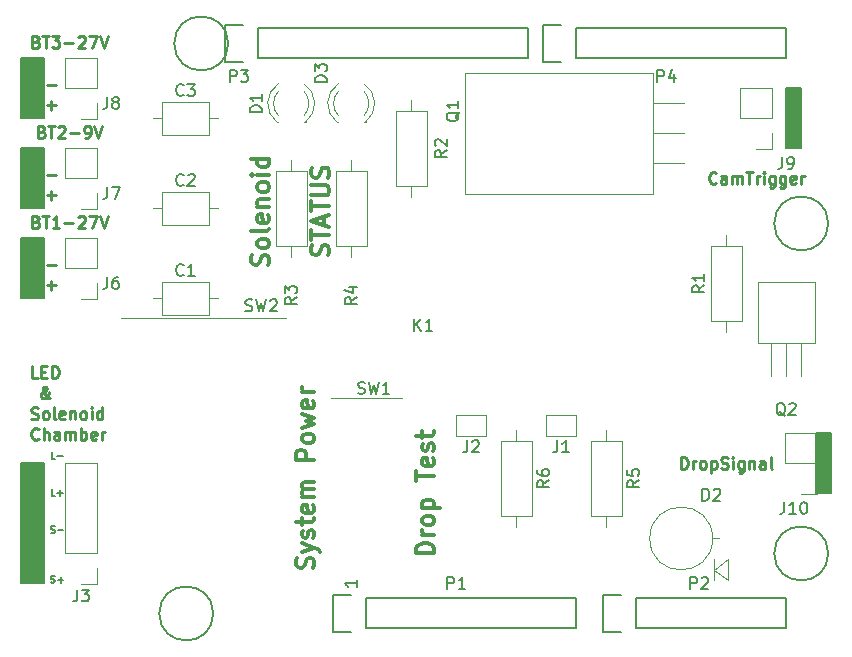
<source format=gbr>
G04 #@! TF.GenerationSoftware,KiCad,Pcbnew,(5.0.2)-1*
G04 #@! TF.CreationDate,2019-02-18T20:30:17-05:00*
G04 #@! TF.ProjectId,PRIME-D,5052494d-452d-4442-9e6b-696361645f70,rev?*
G04 #@! TF.SameCoordinates,Original*
G04 #@! TF.FileFunction,Legend,Top*
G04 #@! TF.FilePolarity,Positive*
%FSLAX46Y46*%
G04 Gerber Fmt 4.6, Leading zero omitted, Abs format (unit mm)*
G04 Created by KiCad (PCBNEW (5.0.2)-1) date 2/18/2019 8:30:17 PM*
%MOMM*%
%LPD*%
G01*
G04 APERTURE LIST*
%ADD10C,0.300000*%
%ADD11C,0.150000*%
%ADD12C,0.250000*%
%ADD13C,0.120000*%
%ADD14C,0.100000*%
G04 APERTURE END LIST*
D10*
X137005142Y-93503285D02*
X137076571Y-93289000D01*
X137076571Y-92931857D01*
X137005142Y-92789000D01*
X136933714Y-92717571D01*
X136790857Y-92646142D01*
X136648000Y-92646142D01*
X136505142Y-92717571D01*
X136433714Y-92789000D01*
X136362285Y-92931857D01*
X136290857Y-93217571D01*
X136219428Y-93360428D01*
X136148000Y-93431857D01*
X136005142Y-93503285D01*
X135862285Y-93503285D01*
X135719428Y-93431857D01*
X135648000Y-93360428D01*
X135576571Y-93217571D01*
X135576571Y-92860428D01*
X135648000Y-92646142D01*
X135576571Y-92217571D02*
X135576571Y-91360428D01*
X137076571Y-91789000D02*
X135576571Y-91789000D01*
X136648000Y-90931857D02*
X136648000Y-90217571D01*
X137076571Y-91074714D02*
X135576571Y-90574714D01*
X137076571Y-90074714D01*
X135576571Y-89789000D02*
X135576571Y-88931857D01*
X137076571Y-89360428D02*
X135576571Y-89360428D01*
X135576571Y-88431857D02*
X136790857Y-88431857D01*
X136933714Y-88360428D01*
X137005142Y-88289000D01*
X137076571Y-88146142D01*
X137076571Y-87860428D01*
X137005142Y-87717571D01*
X136933714Y-87646142D01*
X136790857Y-87574714D01*
X135576571Y-87574714D01*
X137005142Y-86931857D02*
X137076571Y-86717571D01*
X137076571Y-86360428D01*
X137005142Y-86217571D01*
X136933714Y-86146142D01*
X136790857Y-86074714D01*
X136648000Y-86074714D01*
X136505142Y-86146142D01*
X136433714Y-86217571D01*
X136362285Y-86360428D01*
X136290857Y-86646142D01*
X136219428Y-86789000D01*
X136148000Y-86860428D01*
X136005142Y-86931857D01*
X135862285Y-86931857D01*
X135719428Y-86860428D01*
X135648000Y-86789000D01*
X135576571Y-86646142D01*
X135576571Y-86289000D01*
X135648000Y-86074714D01*
X131925142Y-94324714D02*
X131996571Y-94110428D01*
X131996571Y-93753285D01*
X131925142Y-93610428D01*
X131853714Y-93539000D01*
X131710857Y-93467571D01*
X131568000Y-93467571D01*
X131425142Y-93539000D01*
X131353714Y-93610428D01*
X131282285Y-93753285D01*
X131210857Y-94039000D01*
X131139428Y-94181857D01*
X131068000Y-94253285D01*
X130925142Y-94324714D01*
X130782285Y-94324714D01*
X130639428Y-94253285D01*
X130568000Y-94181857D01*
X130496571Y-94039000D01*
X130496571Y-93681857D01*
X130568000Y-93467571D01*
X131996571Y-92610428D02*
X131925142Y-92753285D01*
X131853714Y-92824714D01*
X131710857Y-92896142D01*
X131282285Y-92896142D01*
X131139428Y-92824714D01*
X131068000Y-92753285D01*
X130996571Y-92610428D01*
X130996571Y-92396142D01*
X131068000Y-92253285D01*
X131139428Y-92181857D01*
X131282285Y-92110428D01*
X131710857Y-92110428D01*
X131853714Y-92181857D01*
X131925142Y-92253285D01*
X131996571Y-92396142D01*
X131996571Y-92610428D01*
X131996571Y-91253285D02*
X131925142Y-91396142D01*
X131782285Y-91467571D01*
X130496571Y-91467571D01*
X131925142Y-90110428D02*
X131996571Y-90253285D01*
X131996571Y-90539000D01*
X131925142Y-90681857D01*
X131782285Y-90753285D01*
X131210857Y-90753285D01*
X131068000Y-90681857D01*
X130996571Y-90539000D01*
X130996571Y-90253285D01*
X131068000Y-90110428D01*
X131210857Y-90039000D01*
X131353714Y-90039000D01*
X131496571Y-90753285D01*
X130996571Y-89396142D02*
X131996571Y-89396142D01*
X131139428Y-89396142D02*
X131068000Y-89324714D01*
X130996571Y-89181857D01*
X130996571Y-88967571D01*
X131068000Y-88824714D01*
X131210857Y-88753285D01*
X131996571Y-88753285D01*
X131996571Y-87824714D02*
X131925142Y-87967571D01*
X131853714Y-88039000D01*
X131710857Y-88110428D01*
X131282285Y-88110428D01*
X131139428Y-88039000D01*
X131068000Y-87967571D01*
X130996571Y-87824714D01*
X130996571Y-87610428D01*
X131068000Y-87467571D01*
X131139428Y-87396142D01*
X131282285Y-87324714D01*
X131710857Y-87324714D01*
X131853714Y-87396142D01*
X131925142Y-87467571D01*
X131996571Y-87610428D01*
X131996571Y-87824714D01*
X131996571Y-86681857D02*
X130996571Y-86681857D01*
X130496571Y-86681857D02*
X130568000Y-86753285D01*
X130639428Y-86681857D01*
X130568000Y-86610428D01*
X130496571Y-86681857D01*
X130639428Y-86681857D01*
X131996571Y-85324714D02*
X130496571Y-85324714D01*
X131925142Y-85324714D02*
X131996571Y-85467571D01*
X131996571Y-85753285D01*
X131925142Y-85896142D01*
X131853714Y-85967571D01*
X131710857Y-86039000D01*
X131282285Y-86039000D01*
X131139428Y-85967571D01*
X131068000Y-85896142D01*
X130996571Y-85753285D01*
X130996571Y-85467571D01*
X131068000Y-85324714D01*
D11*
X113860285Y-110718428D02*
X113574571Y-110718428D01*
X113574571Y-110118428D01*
X114060285Y-110489857D02*
X114517428Y-110489857D01*
X113860285Y-113868428D02*
X113574571Y-113868428D01*
X113574571Y-113268428D01*
X114060285Y-113639857D02*
X114517428Y-113639857D01*
X114288857Y-113868428D02*
X114288857Y-113411285D01*
X113503142Y-116989857D02*
X113588857Y-117018428D01*
X113731714Y-117018428D01*
X113788857Y-116989857D01*
X113817428Y-116961285D01*
X113846000Y-116904142D01*
X113846000Y-116847000D01*
X113817428Y-116789857D01*
X113788857Y-116761285D01*
X113731714Y-116732714D01*
X113617428Y-116704142D01*
X113560285Y-116675571D01*
X113531714Y-116647000D01*
X113503142Y-116589857D01*
X113503142Y-116532714D01*
X113531714Y-116475571D01*
X113560285Y-116447000D01*
X113617428Y-116418428D01*
X113760285Y-116418428D01*
X113846000Y-116447000D01*
X114103142Y-116789857D02*
X114560285Y-116789857D01*
X113503142Y-121189857D02*
X113588857Y-121218428D01*
X113731714Y-121218428D01*
X113788857Y-121189857D01*
X113817428Y-121161285D01*
X113846000Y-121104142D01*
X113846000Y-121047000D01*
X113817428Y-120989857D01*
X113788857Y-120961285D01*
X113731714Y-120932714D01*
X113617428Y-120904142D01*
X113560285Y-120875571D01*
X113531714Y-120847000D01*
X113503142Y-120789857D01*
X113503142Y-120732714D01*
X113531714Y-120675571D01*
X113560285Y-120647000D01*
X113617428Y-120618428D01*
X113760285Y-120618428D01*
X113846000Y-120647000D01*
X114103142Y-120989857D02*
X114560285Y-120989857D01*
X114331714Y-121218428D02*
X114331714Y-120761285D01*
G36*
X177038000Y-84455000D02*
X175768000Y-84455000D01*
X175768000Y-79375000D01*
X177038000Y-79375000D01*
X177038000Y-84455000D01*
G37*
X177038000Y-84455000D02*
X175768000Y-84455000D01*
X175768000Y-79375000D01*
X177038000Y-79375000D01*
X177038000Y-84455000D01*
G36*
X110998000Y-121285000D02*
X112903000Y-121285000D01*
X112903000Y-111125000D01*
X110998000Y-111125000D01*
X110998000Y-121285000D01*
G37*
X110998000Y-121285000D02*
X112903000Y-121285000D01*
X112903000Y-111125000D01*
X110998000Y-111125000D01*
X110998000Y-121285000D01*
G36*
X110998000Y-81915000D02*
X112903000Y-81915000D01*
X112903000Y-76835000D01*
X110998000Y-76835000D01*
X110998000Y-81915000D01*
G37*
X110998000Y-81915000D02*
X112903000Y-81915000D01*
X112903000Y-76835000D01*
X110998000Y-76835000D01*
X110998000Y-81915000D01*
G36*
X110998000Y-89535000D02*
X112903000Y-89535000D01*
X112903000Y-84455000D01*
X110998000Y-84455000D01*
X110998000Y-89535000D01*
G37*
X110998000Y-89535000D02*
X112903000Y-89535000D01*
X112903000Y-84455000D01*
X110998000Y-84455000D01*
X110998000Y-89535000D01*
G36*
X110998000Y-97155000D02*
X112903000Y-97155000D01*
X112903000Y-92075000D01*
X110998000Y-92075000D01*
X110998000Y-97155000D01*
G37*
X110998000Y-97155000D02*
X112903000Y-97155000D01*
X112903000Y-92075000D01*
X110998000Y-92075000D01*
X110998000Y-97155000D01*
G36*
X179578000Y-113665000D02*
X178308000Y-113665000D01*
X178308000Y-108585000D01*
X179578000Y-108585000D01*
X179578000Y-113665000D01*
G37*
X179578000Y-113665000D02*
X178308000Y-113665000D01*
X178308000Y-108585000D01*
X179578000Y-108585000D01*
X179578000Y-113665000D01*
D10*
X145966571Y-118700714D02*
X144466571Y-118700714D01*
X144466571Y-118343571D01*
X144538000Y-118129285D01*
X144680857Y-117986428D01*
X144823714Y-117915000D01*
X145109428Y-117843571D01*
X145323714Y-117843571D01*
X145609428Y-117915000D01*
X145752285Y-117986428D01*
X145895142Y-118129285D01*
X145966571Y-118343571D01*
X145966571Y-118700714D01*
X145966571Y-117200714D02*
X144966571Y-117200714D01*
X145252285Y-117200714D02*
X145109428Y-117129285D01*
X145038000Y-117057857D01*
X144966571Y-116915000D01*
X144966571Y-116772142D01*
X145966571Y-116057857D02*
X145895142Y-116200714D01*
X145823714Y-116272142D01*
X145680857Y-116343571D01*
X145252285Y-116343571D01*
X145109428Y-116272142D01*
X145038000Y-116200714D01*
X144966571Y-116057857D01*
X144966571Y-115843571D01*
X145038000Y-115700714D01*
X145109428Y-115629285D01*
X145252285Y-115557857D01*
X145680857Y-115557857D01*
X145823714Y-115629285D01*
X145895142Y-115700714D01*
X145966571Y-115843571D01*
X145966571Y-116057857D01*
X144966571Y-114915000D02*
X146466571Y-114915000D01*
X145038000Y-114915000D02*
X144966571Y-114772142D01*
X144966571Y-114486428D01*
X145038000Y-114343571D01*
X145109428Y-114272142D01*
X145252285Y-114200714D01*
X145680857Y-114200714D01*
X145823714Y-114272142D01*
X145895142Y-114343571D01*
X145966571Y-114486428D01*
X145966571Y-114772142D01*
X145895142Y-114915000D01*
X144466571Y-112629285D02*
X144466571Y-111772142D01*
X145966571Y-112200714D02*
X144466571Y-112200714D01*
X145895142Y-110700714D02*
X145966571Y-110843571D01*
X145966571Y-111129285D01*
X145895142Y-111272142D01*
X145752285Y-111343571D01*
X145180857Y-111343571D01*
X145038000Y-111272142D01*
X144966571Y-111129285D01*
X144966571Y-110843571D01*
X145038000Y-110700714D01*
X145180857Y-110629285D01*
X145323714Y-110629285D01*
X145466571Y-111343571D01*
X145895142Y-110057857D02*
X145966571Y-109915000D01*
X145966571Y-109629285D01*
X145895142Y-109486428D01*
X145752285Y-109415000D01*
X145680857Y-109415000D01*
X145538000Y-109486428D01*
X145466571Y-109629285D01*
X145466571Y-109843571D01*
X145395142Y-109986428D01*
X145252285Y-110057857D01*
X145180857Y-110057857D01*
X145038000Y-109986428D01*
X144966571Y-109843571D01*
X144966571Y-109629285D01*
X145038000Y-109486428D01*
X144966571Y-108986428D02*
X144966571Y-108415000D01*
X144466571Y-108772142D02*
X145752285Y-108772142D01*
X145895142Y-108700714D01*
X145966571Y-108557857D01*
X145966571Y-108415000D01*
X135735142Y-119966428D02*
X135806571Y-119752142D01*
X135806571Y-119395000D01*
X135735142Y-119252142D01*
X135663714Y-119180714D01*
X135520857Y-119109285D01*
X135378000Y-119109285D01*
X135235142Y-119180714D01*
X135163714Y-119252142D01*
X135092285Y-119395000D01*
X135020857Y-119680714D01*
X134949428Y-119823571D01*
X134878000Y-119895000D01*
X134735142Y-119966428D01*
X134592285Y-119966428D01*
X134449428Y-119895000D01*
X134378000Y-119823571D01*
X134306571Y-119680714D01*
X134306571Y-119323571D01*
X134378000Y-119109285D01*
X134806571Y-118609285D02*
X135806571Y-118252142D01*
X134806571Y-117895000D02*
X135806571Y-118252142D01*
X136163714Y-118395000D01*
X136235142Y-118466428D01*
X136306571Y-118609285D01*
X135735142Y-117395000D02*
X135806571Y-117252142D01*
X135806571Y-116966428D01*
X135735142Y-116823571D01*
X135592285Y-116752142D01*
X135520857Y-116752142D01*
X135378000Y-116823571D01*
X135306571Y-116966428D01*
X135306571Y-117180714D01*
X135235142Y-117323571D01*
X135092285Y-117395000D01*
X135020857Y-117395000D01*
X134878000Y-117323571D01*
X134806571Y-117180714D01*
X134806571Y-116966428D01*
X134878000Y-116823571D01*
X134806571Y-116323571D02*
X134806571Y-115752142D01*
X134306571Y-116109285D02*
X135592285Y-116109285D01*
X135735142Y-116037857D01*
X135806571Y-115895000D01*
X135806571Y-115752142D01*
X135735142Y-114680714D02*
X135806571Y-114823571D01*
X135806571Y-115109285D01*
X135735142Y-115252142D01*
X135592285Y-115323571D01*
X135020857Y-115323571D01*
X134878000Y-115252142D01*
X134806571Y-115109285D01*
X134806571Y-114823571D01*
X134878000Y-114680714D01*
X135020857Y-114609285D01*
X135163714Y-114609285D01*
X135306571Y-115323571D01*
X135806571Y-113966428D02*
X134806571Y-113966428D01*
X134949428Y-113966428D02*
X134878000Y-113895000D01*
X134806571Y-113752142D01*
X134806571Y-113537857D01*
X134878000Y-113395000D01*
X135020857Y-113323571D01*
X135806571Y-113323571D01*
X135020857Y-113323571D02*
X134878000Y-113252142D01*
X134806571Y-113109285D01*
X134806571Y-112895000D01*
X134878000Y-112752142D01*
X135020857Y-112680714D01*
X135806571Y-112680714D01*
X135806571Y-110823571D02*
X134306571Y-110823571D01*
X134306571Y-110252142D01*
X134378000Y-110109285D01*
X134449428Y-110037857D01*
X134592285Y-109966428D01*
X134806571Y-109966428D01*
X134949428Y-110037857D01*
X135020857Y-110109285D01*
X135092285Y-110252142D01*
X135092285Y-110823571D01*
X135806571Y-109109285D02*
X135735142Y-109252142D01*
X135663714Y-109323571D01*
X135520857Y-109395000D01*
X135092285Y-109395000D01*
X134949428Y-109323571D01*
X134878000Y-109252142D01*
X134806571Y-109109285D01*
X134806571Y-108895000D01*
X134878000Y-108752142D01*
X134949428Y-108680714D01*
X135092285Y-108609285D01*
X135520857Y-108609285D01*
X135663714Y-108680714D01*
X135735142Y-108752142D01*
X135806571Y-108895000D01*
X135806571Y-109109285D01*
X134806571Y-108109285D02*
X135806571Y-107823571D01*
X135092285Y-107537857D01*
X135806571Y-107252142D01*
X134806571Y-106966428D01*
X135735142Y-105823571D02*
X135806571Y-105966428D01*
X135806571Y-106252142D01*
X135735142Y-106395000D01*
X135592285Y-106466428D01*
X135020857Y-106466428D01*
X134878000Y-106395000D01*
X134806571Y-106252142D01*
X134806571Y-105966428D01*
X134878000Y-105823571D01*
X135020857Y-105752142D01*
X135163714Y-105752142D01*
X135306571Y-106466428D01*
X135806571Y-105109285D02*
X134806571Y-105109285D01*
X135092285Y-105109285D02*
X134949428Y-105037857D01*
X134878000Y-104966428D01*
X134806571Y-104823571D01*
X134806571Y-104680714D01*
D12*
X112382785Y-103872380D02*
X111906595Y-103872380D01*
X111906595Y-102872380D01*
X112716119Y-103348571D02*
X113049452Y-103348571D01*
X113192309Y-103872380D02*
X112716119Y-103872380D01*
X112716119Y-102872380D01*
X113192309Y-102872380D01*
X113620880Y-103872380D02*
X113620880Y-102872380D01*
X113858976Y-102872380D01*
X114001833Y-102920000D01*
X114097071Y-103015238D01*
X114144690Y-103110476D01*
X114192309Y-103300952D01*
X114192309Y-103443809D01*
X114144690Y-103634285D01*
X114097071Y-103729523D01*
X114001833Y-103824761D01*
X113858976Y-103872380D01*
X113620880Y-103872380D01*
X113478023Y-105622380D02*
X113430404Y-105622380D01*
X113335166Y-105574761D01*
X113192309Y-105431904D01*
X112954214Y-105146190D01*
X112858976Y-105003333D01*
X112811357Y-104860476D01*
X112811357Y-104765238D01*
X112858976Y-104670000D01*
X112954214Y-104622380D01*
X113001833Y-104622380D01*
X113097071Y-104670000D01*
X113144690Y-104765238D01*
X113144690Y-104812857D01*
X113097071Y-104908095D01*
X113049452Y-104955714D01*
X112763738Y-105146190D01*
X112716119Y-105193809D01*
X112668500Y-105289047D01*
X112668500Y-105431904D01*
X112716119Y-105527142D01*
X112763738Y-105574761D01*
X112858976Y-105622380D01*
X113001833Y-105622380D01*
X113097071Y-105574761D01*
X113144690Y-105527142D01*
X113287547Y-105336666D01*
X113335166Y-105193809D01*
X113335166Y-105098571D01*
X111858976Y-107324761D02*
X112001833Y-107372380D01*
X112239928Y-107372380D01*
X112335166Y-107324761D01*
X112382785Y-107277142D01*
X112430404Y-107181904D01*
X112430404Y-107086666D01*
X112382785Y-106991428D01*
X112335166Y-106943809D01*
X112239928Y-106896190D01*
X112049452Y-106848571D01*
X111954214Y-106800952D01*
X111906595Y-106753333D01*
X111858976Y-106658095D01*
X111858976Y-106562857D01*
X111906595Y-106467619D01*
X111954214Y-106420000D01*
X112049452Y-106372380D01*
X112287547Y-106372380D01*
X112430404Y-106420000D01*
X113001833Y-107372380D02*
X112906595Y-107324761D01*
X112858976Y-107277142D01*
X112811357Y-107181904D01*
X112811357Y-106896190D01*
X112858976Y-106800952D01*
X112906595Y-106753333D01*
X113001833Y-106705714D01*
X113144690Y-106705714D01*
X113239928Y-106753333D01*
X113287547Y-106800952D01*
X113335166Y-106896190D01*
X113335166Y-107181904D01*
X113287547Y-107277142D01*
X113239928Y-107324761D01*
X113144690Y-107372380D01*
X113001833Y-107372380D01*
X113906595Y-107372380D02*
X113811357Y-107324761D01*
X113763738Y-107229523D01*
X113763738Y-106372380D01*
X114668500Y-107324761D02*
X114573261Y-107372380D01*
X114382785Y-107372380D01*
X114287547Y-107324761D01*
X114239928Y-107229523D01*
X114239928Y-106848571D01*
X114287547Y-106753333D01*
X114382785Y-106705714D01*
X114573261Y-106705714D01*
X114668500Y-106753333D01*
X114716119Y-106848571D01*
X114716119Y-106943809D01*
X114239928Y-107039047D01*
X115144690Y-106705714D02*
X115144690Y-107372380D01*
X115144690Y-106800952D02*
X115192309Y-106753333D01*
X115287547Y-106705714D01*
X115430404Y-106705714D01*
X115525642Y-106753333D01*
X115573261Y-106848571D01*
X115573261Y-107372380D01*
X116192309Y-107372380D02*
X116097071Y-107324761D01*
X116049452Y-107277142D01*
X116001833Y-107181904D01*
X116001833Y-106896190D01*
X116049452Y-106800952D01*
X116097071Y-106753333D01*
X116192309Y-106705714D01*
X116335166Y-106705714D01*
X116430404Y-106753333D01*
X116478023Y-106800952D01*
X116525642Y-106896190D01*
X116525642Y-107181904D01*
X116478023Y-107277142D01*
X116430404Y-107324761D01*
X116335166Y-107372380D01*
X116192309Y-107372380D01*
X116954214Y-107372380D02*
X116954214Y-106705714D01*
X116954214Y-106372380D02*
X116906595Y-106420000D01*
X116954214Y-106467619D01*
X117001833Y-106420000D01*
X116954214Y-106372380D01*
X116954214Y-106467619D01*
X117858976Y-107372380D02*
X117858976Y-106372380D01*
X117858976Y-107324761D02*
X117763738Y-107372380D01*
X117573261Y-107372380D01*
X117478023Y-107324761D01*
X117430404Y-107277142D01*
X117382785Y-107181904D01*
X117382785Y-106896190D01*
X117430404Y-106800952D01*
X117478023Y-106753333D01*
X117573261Y-106705714D01*
X117763738Y-106705714D01*
X117858976Y-106753333D01*
X112478023Y-109027142D02*
X112430404Y-109074761D01*
X112287547Y-109122380D01*
X112192309Y-109122380D01*
X112049452Y-109074761D01*
X111954214Y-108979523D01*
X111906595Y-108884285D01*
X111858976Y-108693809D01*
X111858976Y-108550952D01*
X111906595Y-108360476D01*
X111954214Y-108265238D01*
X112049452Y-108170000D01*
X112192309Y-108122380D01*
X112287547Y-108122380D01*
X112430404Y-108170000D01*
X112478023Y-108217619D01*
X112906595Y-109122380D02*
X112906595Y-108122380D01*
X113335166Y-109122380D02*
X113335166Y-108598571D01*
X113287547Y-108503333D01*
X113192309Y-108455714D01*
X113049452Y-108455714D01*
X112954214Y-108503333D01*
X112906595Y-108550952D01*
X114239928Y-109122380D02*
X114239928Y-108598571D01*
X114192309Y-108503333D01*
X114097071Y-108455714D01*
X113906595Y-108455714D01*
X113811357Y-108503333D01*
X114239928Y-109074761D02*
X114144690Y-109122380D01*
X113906595Y-109122380D01*
X113811357Y-109074761D01*
X113763738Y-108979523D01*
X113763738Y-108884285D01*
X113811357Y-108789047D01*
X113906595Y-108741428D01*
X114144690Y-108741428D01*
X114239928Y-108693809D01*
X114716119Y-109122380D02*
X114716119Y-108455714D01*
X114716119Y-108550952D02*
X114763738Y-108503333D01*
X114858976Y-108455714D01*
X115001833Y-108455714D01*
X115097071Y-108503333D01*
X115144690Y-108598571D01*
X115144690Y-109122380D01*
X115144690Y-108598571D02*
X115192309Y-108503333D01*
X115287547Y-108455714D01*
X115430404Y-108455714D01*
X115525642Y-108503333D01*
X115573261Y-108598571D01*
X115573261Y-109122380D01*
X116049452Y-109122380D02*
X116049452Y-108122380D01*
X116049452Y-108503333D02*
X116144690Y-108455714D01*
X116335166Y-108455714D01*
X116430404Y-108503333D01*
X116478023Y-108550952D01*
X116525642Y-108646190D01*
X116525642Y-108931904D01*
X116478023Y-109027142D01*
X116430404Y-109074761D01*
X116335166Y-109122380D01*
X116144690Y-109122380D01*
X116049452Y-109074761D01*
X117335166Y-109074761D02*
X117239928Y-109122380D01*
X117049452Y-109122380D01*
X116954214Y-109074761D01*
X116906595Y-108979523D01*
X116906595Y-108598571D01*
X116954214Y-108503333D01*
X117049452Y-108455714D01*
X117239928Y-108455714D01*
X117335166Y-108503333D01*
X117382785Y-108598571D01*
X117382785Y-108693809D01*
X116906595Y-108789047D01*
X117811357Y-109122380D02*
X117811357Y-108455714D01*
X117811357Y-108646190D02*
X117858976Y-108550952D01*
X117906595Y-108503333D01*
X118001833Y-108455714D01*
X118097071Y-108455714D01*
X166878476Y-111577380D02*
X166878476Y-110577380D01*
X167116571Y-110577380D01*
X167259428Y-110625000D01*
X167354666Y-110720238D01*
X167402285Y-110815476D01*
X167449904Y-111005952D01*
X167449904Y-111148809D01*
X167402285Y-111339285D01*
X167354666Y-111434523D01*
X167259428Y-111529761D01*
X167116571Y-111577380D01*
X166878476Y-111577380D01*
X167878476Y-111577380D02*
X167878476Y-110910714D01*
X167878476Y-111101190D02*
X167926095Y-111005952D01*
X167973714Y-110958333D01*
X168068952Y-110910714D01*
X168164190Y-110910714D01*
X168640380Y-111577380D02*
X168545142Y-111529761D01*
X168497523Y-111482142D01*
X168449904Y-111386904D01*
X168449904Y-111101190D01*
X168497523Y-111005952D01*
X168545142Y-110958333D01*
X168640380Y-110910714D01*
X168783238Y-110910714D01*
X168878476Y-110958333D01*
X168926095Y-111005952D01*
X168973714Y-111101190D01*
X168973714Y-111386904D01*
X168926095Y-111482142D01*
X168878476Y-111529761D01*
X168783238Y-111577380D01*
X168640380Y-111577380D01*
X169402285Y-110910714D02*
X169402285Y-111910714D01*
X169402285Y-110958333D02*
X169497523Y-110910714D01*
X169688000Y-110910714D01*
X169783238Y-110958333D01*
X169830857Y-111005952D01*
X169878476Y-111101190D01*
X169878476Y-111386904D01*
X169830857Y-111482142D01*
X169783238Y-111529761D01*
X169688000Y-111577380D01*
X169497523Y-111577380D01*
X169402285Y-111529761D01*
X170259428Y-111529761D02*
X170402285Y-111577380D01*
X170640380Y-111577380D01*
X170735619Y-111529761D01*
X170783238Y-111482142D01*
X170830857Y-111386904D01*
X170830857Y-111291666D01*
X170783238Y-111196428D01*
X170735619Y-111148809D01*
X170640380Y-111101190D01*
X170449904Y-111053571D01*
X170354666Y-111005952D01*
X170307047Y-110958333D01*
X170259428Y-110863095D01*
X170259428Y-110767857D01*
X170307047Y-110672619D01*
X170354666Y-110625000D01*
X170449904Y-110577380D01*
X170688000Y-110577380D01*
X170830857Y-110625000D01*
X171259428Y-111577380D02*
X171259428Y-110910714D01*
X171259428Y-110577380D02*
X171211809Y-110625000D01*
X171259428Y-110672619D01*
X171307047Y-110625000D01*
X171259428Y-110577380D01*
X171259428Y-110672619D01*
X172164190Y-110910714D02*
X172164190Y-111720238D01*
X172116571Y-111815476D01*
X172068952Y-111863095D01*
X171973714Y-111910714D01*
X171830857Y-111910714D01*
X171735619Y-111863095D01*
X172164190Y-111529761D02*
X172068952Y-111577380D01*
X171878476Y-111577380D01*
X171783238Y-111529761D01*
X171735619Y-111482142D01*
X171688000Y-111386904D01*
X171688000Y-111101190D01*
X171735619Y-111005952D01*
X171783238Y-110958333D01*
X171878476Y-110910714D01*
X172068952Y-110910714D01*
X172164190Y-110958333D01*
X172640380Y-110910714D02*
X172640380Y-111577380D01*
X172640380Y-111005952D02*
X172688000Y-110958333D01*
X172783238Y-110910714D01*
X172926095Y-110910714D01*
X173021333Y-110958333D01*
X173068952Y-111053571D01*
X173068952Y-111577380D01*
X173973714Y-111577380D02*
X173973714Y-111053571D01*
X173926095Y-110958333D01*
X173830857Y-110910714D01*
X173640380Y-110910714D01*
X173545142Y-110958333D01*
X173973714Y-111529761D02*
X173878476Y-111577380D01*
X173640380Y-111577380D01*
X173545142Y-111529761D01*
X173497523Y-111434523D01*
X173497523Y-111339285D01*
X173545142Y-111244047D01*
X173640380Y-111196428D01*
X173878476Y-111196428D01*
X173973714Y-111148809D01*
X174592761Y-111577380D02*
X174497523Y-111529761D01*
X174449904Y-111434523D01*
X174449904Y-110577380D01*
X169847047Y-87352142D02*
X169799428Y-87399761D01*
X169656571Y-87447380D01*
X169561333Y-87447380D01*
X169418476Y-87399761D01*
X169323238Y-87304523D01*
X169275619Y-87209285D01*
X169228000Y-87018809D01*
X169228000Y-86875952D01*
X169275619Y-86685476D01*
X169323238Y-86590238D01*
X169418476Y-86495000D01*
X169561333Y-86447380D01*
X169656571Y-86447380D01*
X169799428Y-86495000D01*
X169847047Y-86542619D01*
X170704190Y-87447380D02*
X170704190Y-86923571D01*
X170656571Y-86828333D01*
X170561333Y-86780714D01*
X170370857Y-86780714D01*
X170275619Y-86828333D01*
X170704190Y-87399761D02*
X170608952Y-87447380D01*
X170370857Y-87447380D01*
X170275619Y-87399761D01*
X170228000Y-87304523D01*
X170228000Y-87209285D01*
X170275619Y-87114047D01*
X170370857Y-87066428D01*
X170608952Y-87066428D01*
X170704190Y-87018809D01*
X171180380Y-87447380D02*
X171180380Y-86780714D01*
X171180380Y-86875952D02*
X171228000Y-86828333D01*
X171323238Y-86780714D01*
X171466095Y-86780714D01*
X171561333Y-86828333D01*
X171608952Y-86923571D01*
X171608952Y-87447380D01*
X171608952Y-86923571D02*
X171656571Y-86828333D01*
X171751809Y-86780714D01*
X171894666Y-86780714D01*
X171989904Y-86828333D01*
X172037523Y-86923571D01*
X172037523Y-87447380D01*
X172370857Y-86447380D02*
X172942285Y-86447380D01*
X172656571Y-87447380D02*
X172656571Y-86447380D01*
X173275619Y-87447380D02*
X173275619Y-86780714D01*
X173275619Y-86971190D02*
X173323238Y-86875952D01*
X173370857Y-86828333D01*
X173466095Y-86780714D01*
X173561333Y-86780714D01*
X173894666Y-87447380D02*
X173894666Y-86780714D01*
X173894666Y-86447380D02*
X173847047Y-86495000D01*
X173894666Y-86542619D01*
X173942285Y-86495000D01*
X173894666Y-86447380D01*
X173894666Y-86542619D01*
X174799428Y-86780714D02*
X174799428Y-87590238D01*
X174751809Y-87685476D01*
X174704190Y-87733095D01*
X174608952Y-87780714D01*
X174466095Y-87780714D01*
X174370857Y-87733095D01*
X174799428Y-87399761D02*
X174704190Y-87447380D01*
X174513714Y-87447380D01*
X174418476Y-87399761D01*
X174370857Y-87352142D01*
X174323238Y-87256904D01*
X174323238Y-86971190D01*
X174370857Y-86875952D01*
X174418476Y-86828333D01*
X174513714Y-86780714D01*
X174704190Y-86780714D01*
X174799428Y-86828333D01*
X175704190Y-86780714D02*
X175704190Y-87590238D01*
X175656571Y-87685476D01*
X175608952Y-87733095D01*
X175513714Y-87780714D01*
X175370857Y-87780714D01*
X175275619Y-87733095D01*
X175704190Y-87399761D02*
X175608952Y-87447380D01*
X175418476Y-87447380D01*
X175323238Y-87399761D01*
X175275619Y-87352142D01*
X175228000Y-87256904D01*
X175228000Y-86971190D01*
X175275619Y-86875952D01*
X175323238Y-86828333D01*
X175418476Y-86780714D01*
X175608952Y-86780714D01*
X175704190Y-86828333D01*
X176561333Y-87399761D02*
X176466095Y-87447380D01*
X176275619Y-87447380D01*
X176180380Y-87399761D01*
X176132761Y-87304523D01*
X176132761Y-86923571D01*
X176180380Y-86828333D01*
X176275619Y-86780714D01*
X176466095Y-86780714D01*
X176561333Y-86828333D01*
X176608952Y-86923571D01*
X176608952Y-87018809D01*
X176132761Y-87114047D01*
X177037523Y-87447380D02*
X177037523Y-86780714D01*
X177037523Y-86971190D02*
X177085142Y-86875952D01*
X177132761Y-86828333D01*
X177228000Y-86780714D01*
X177323238Y-86780714D01*
X112276095Y-90648571D02*
X112418952Y-90696190D01*
X112466571Y-90743809D01*
X112514190Y-90839047D01*
X112514190Y-90981904D01*
X112466571Y-91077142D01*
X112418952Y-91124761D01*
X112323714Y-91172380D01*
X111942761Y-91172380D01*
X111942761Y-90172380D01*
X112276095Y-90172380D01*
X112371333Y-90220000D01*
X112418952Y-90267619D01*
X112466571Y-90362857D01*
X112466571Y-90458095D01*
X112418952Y-90553333D01*
X112371333Y-90600952D01*
X112276095Y-90648571D01*
X111942761Y-90648571D01*
X112799904Y-90172380D02*
X113371333Y-90172380D01*
X113085619Y-91172380D02*
X113085619Y-90172380D01*
X114228476Y-91172380D02*
X113657047Y-91172380D01*
X113942761Y-91172380D02*
X113942761Y-90172380D01*
X113847523Y-90315238D01*
X113752285Y-90410476D01*
X113657047Y-90458095D01*
X114657047Y-90791428D02*
X115418952Y-90791428D01*
X115847523Y-90267619D02*
X115895142Y-90220000D01*
X115990380Y-90172380D01*
X116228476Y-90172380D01*
X116323714Y-90220000D01*
X116371333Y-90267619D01*
X116418952Y-90362857D01*
X116418952Y-90458095D01*
X116371333Y-90600952D01*
X115799904Y-91172380D01*
X116418952Y-91172380D01*
X116752285Y-90172380D02*
X117418952Y-90172380D01*
X116990380Y-91172380D01*
X117657047Y-90172380D02*
X117990380Y-91172380D01*
X118323714Y-90172380D01*
X113157047Y-94291428D02*
X113918952Y-94291428D01*
X113157047Y-96041428D02*
X113918952Y-96041428D01*
X113538000Y-96422380D02*
X113538000Y-95660476D01*
X112752285Y-83028571D02*
X112895142Y-83076190D01*
X112942761Y-83123809D01*
X112990380Y-83219047D01*
X112990380Y-83361904D01*
X112942761Y-83457142D01*
X112895142Y-83504761D01*
X112799904Y-83552380D01*
X112418952Y-83552380D01*
X112418952Y-82552380D01*
X112752285Y-82552380D01*
X112847523Y-82600000D01*
X112895142Y-82647619D01*
X112942761Y-82742857D01*
X112942761Y-82838095D01*
X112895142Y-82933333D01*
X112847523Y-82980952D01*
X112752285Y-83028571D01*
X112418952Y-83028571D01*
X113276095Y-82552380D02*
X113847523Y-82552380D01*
X113561809Y-83552380D02*
X113561809Y-82552380D01*
X114133238Y-82647619D02*
X114180857Y-82600000D01*
X114276095Y-82552380D01*
X114514190Y-82552380D01*
X114609428Y-82600000D01*
X114657047Y-82647619D01*
X114704666Y-82742857D01*
X114704666Y-82838095D01*
X114657047Y-82980952D01*
X114085619Y-83552380D01*
X114704666Y-83552380D01*
X115133238Y-83171428D02*
X115895142Y-83171428D01*
X116418952Y-83552380D02*
X116609428Y-83552380D01*
X116704666Y-83504761D01*
X116752285Y-83457142D01*
X116847523Y-83314285D01*
X116895142Y-83123809D01*
X116895142Y-82742857D01*
X116847523Y-82647619D01*
X116799904Y-82600000D01*
X116704666Y-82552380D01*
X116514190Y-82552380D01*
X116418952Y-82600000D01*
X116371333Y-82647619D01*
X116323714Y-82742857D01*
X116323714Y-82980952D01*
X116371333Y-83076190D01*
X116418952Y-83123809D01*
X116514190Y-83171428D01*
X116704666Y-83171428D01*
X116799904Y-83123809D01*
X116847523Y-83076190D01*
X116895142Y-82980952D01*
X117180857Y-82552380D02*
X117514190Y-83552380D01*
X117847523Y-82552380D01*
X113157047Y-86671428D02*
X113918952Y-86671428D01*
X113157047Y-88421428D02*
X113918952Y-88421428D01*
X113538000Y-88802380D02*
X113538000Y-88040476D01*
X112276095Y-75408571D02*
X112418952Y-75456190D01*
X112466571Y-75503809D01*
X112514190Y-75599047D01*
X112514190Y-75741904D01*
X112466571Y-75837142D01*
X112418952Y-75884761D01*
X112323714Y-75932380D01*
X111942761Y-75932380D01*
X111942761Y-74932380D01*
X112276095Y-74932380D01*
X112371333Y-74980000D01*
X112418952Y-75027619D01*
X112466571Y-75122857D01*
X112466571Y-75218095D01*
X112418952Y-75313333D01*
X112371333Y-75360952D01*
X112276095Y-75408571D01*
X111942761Y-75408571D01*
X112799904Y-74932380D02*
X113371333Y-74932380D01*
X113085619Y-75932380D02*
X113085619Y-74932380D01*
X113609428Y-74932380D02*
X114228476Y-74932380D01*
X113895142Y-75313333D01*
X114038000Y-75313333D01*
X114133238Y-75360952D01*
X114180857Y-75408571D01*
X114228476Y-75503809D01*
X114228476Y-75741904D01*
X114180857Y-75837142D01*
X114133238Y-75884761D01*
X114038000Y-75932380D01*
X113752285Y-75932380D01*
X113657047Y-75884761D01*
X113609428Y-75837142D01*
X114657047Y-75551428D02*
X115418952Y-75551428D01*
X115847523Y-75027619D02*
X115895142Y-74980000D01*
X115990380Y-74932380D01*
X116228476Y-74932380D01*
X116323714Y-74980000D01*
X116371333Y-75027619D01*
X116418952Y-75122857D01*
X116418952Y-75218095D01*
X116371333Y-75360952D01*
X115799904Y-75932380D01*
X116418952Y-75932380D01*
X116752285Y-74932380D02*
X117418952Y-74932380D01*
X116990380Y-75932380D01*
X117657047Y-74932380D02*
X117990380Y-75932380D01*
X118323714Y-74932380D01*
X113157047Y-79051428D02*
X113918952Y-79051428D01*
X113157047Y-80801428D02*
X113918952Y-80801428D01*
X113538000Y-81182380D02*
X113538000Y-80420476D01*
D11*
X139390380Y-120999285D02*
X139390380Y-121570714D01*
X139390380Y-121285000D02*
X138390380Y-121285000D01*
X138533238Y-121380238D01*
X138628476Y-121475476D01*
X138676095Y-121570714D01*
D13*
G04 #@! TO.C,J10*
X178368000Y-108525000D02*
X175708000Y-108525000D01*
X178368000Y-111125000D02*
X178368000Y-108525000D01*
X175708000Y-111125000D02*
X175708000Y-108525000D01*
X178368000Y-111125000D02*
X175708000Y-111125000D01*
X178368000Y-112395000D02*
X178368000Y-113725000D01*
X178368000Y-113725000D02*
X177038000Y-113725000D01*
G04 #@! TO.C,Q1*
X164458000Y-80645000D02*
X167082000Y-80645000D01*
X164458000Y-83185000D02*
X167082000Y-83185000D01*
X164458000Y-85725000D02*
X167098000Y-85725000D01*
X148568000Y-78065000D02*
X164458000Y-78065000D01*
X148568000Y-88305000D02*
X164458000Y-88305000D01*
X148568000Y-88305000D02*
X148568000Y-78065000D01*
X164458000Y-88305000D02*
X164458000Y-78065000D01*
G04 #@! TO.C,D1*
X132779392Y-78972665D02*
G75*
G03X132622484Y-82205000I1078608J-1672335D01*
G01*
X134936608Y-78972665D02*
G75*
G02X135093516Y-82205000I-1078608J-1672335D01*
G01*
X132778163Y-79603870D02*
G75*
G03X132778000Y-81685961I1079837J-1041130D01*
G01*
X134937837Y-79603870D02*
G75*
G02X134938000Y-81685961I-1079837J-1041130D01*
G01*
X132622000Y-82205000D02*
X132778000Y-82205000D01*
X134938000Y-82205000D02*
X135094000Y-82205000D01*
D11*
G04 #@! TO.C,P1*
X137388000Y-122275000D02*
X137388000Y-125375000D01*
X138938000Y-122275000D02*
X137388000Y-122275000D01*
X140208000Y-125095000D02*
X140208000Y-122555000D01*
X137388000Y-125375000D02*
X138938000Y-125375000D01*
X157988000Y-122555000D02*
X140208000Y-122555000D01*
X157988000Y-125095000D02*
X157988000Y-122555000D01*
X140208000Y-125095000D02*
X157988000Y-125095000D01*
G04 #@! TO.C,P2*
X160248000Y-122275000D02*
X160248000Y-125375000D01*
X161798000Y-122275000D02*
X160248000Y-122275000D01*
X163068000Y-125095000D02*
X163068000Y-122555000D01*
X160248000Y-125375000D02*
X161798000Y-125375000D01*
X175768000Y-122555000D02*
X163068000Y-122555000D01*
X175768000Y-125095000D02*
X175768000Y-122555000D01*
X163068000Y-125095000D02*
X175768000Y-125095000D01*
G04 #@! TO.C,P3*
X128244000Y-74015000D02*
X128244000Y-77115000D01*
X129794000Y-74015000D02*
X128244000Y-74015000D01*
X131064000Y-76835000D02*
X131064000Y-74295000D01*
X128244000Y-77115000D02*
X129794000Y-77115000D01*
X153924000Y-74295000D02*
X131064000Y-74295000D01*
X153924000Y-76835000D02*
X153924000Y-74295000D01*
X131064000Y-76835000D02*
X153924000Y-76835000D01*
G04 #@! TO.C,P4*
X155168000Y-74015000D02*
X155168000Y-77115000D01*
X156718000Y-74015000D02*
X155168000Y-74015000D01*
X157988000Y-76835000D02*
X157988000Y-74295000D01*
X155168000Y-77115000D02*
X156718000Y-77115000D01*
X175768000Y-74295000D02*
X157988000Y-74295000D01*
X175768000Y-76835000D02*
X175768000Y-74295000D01*
X157988000Y-76835000D02*
X175768000Y-76835000D01*
G04 #@! TO.C,P5*
X127254000Y-123825000D02*
G75*
G03X127254000Y-123825000I-2286000J0D01*
G01*
G04 #@! TO.C,P6*
X179324000Y-118745000D02*
G75*
G03X179324000Y-118745000I-2286000J0D01*
G01*
G04 #@! TO.C,P7*
X128524000Y-75565000D02*
G75*
G03X128524000Y-75565000I-2286000J0D01*
G01*
G04 #@! TO.C,P8*
X179324000Y-90805000D02*
G75*
G03X179324000Y-90805000I-2286000J0D01*
G01*
D13*
G04 #@! TO.C,C1*
X127678000Y-97155000D02*
X126868000Y-97155000D01*
X122138000Y-97155000D02*
X122948000Y-97155000D01*
X126868000Y-95795000D02*
X122948000Y-95795000D01*
X126868000Y-98515000D02*
X126868000Y-95795000D01*
X122948000Y-98515000D02*
X126868000Y-98515000D01*
X122948000Y-95795000D02*
X122948000Y-98515000D01*
G04 #@! TO.C,C2*
X122948000Y-88175000D02*
X122948000Y-90895000D01*
X122948000Y-90895000D02*
X126868000Y-90895000D01*
X126868000Y-90895000D02*
X126868000Y-88175000D01*
X126868000Y-88175000D02*
X122948000Y-88175000D01*
X122138000Y-89535000D02*
X122948000Y-89535000D01*
X127678000Y-89535000D02*
X126868000Y-89535000D01*
G04 #@! TO.C,C3*
X127678000Y-81915000D02*
X126868000Y-81915000D01*
X122138000Y-81915000D02*
X122948000Y-81915000D01*
X126868000Y-80555000D02*
X122948000Y-80555000D01*
X126868000Y-83275000D02*
X126868000Y-80555000D01*
X122948000Y-83275000D02*
X126868000Y-83275000D01*
X122948000Y-80555000D02*
X122948000Y-83275000D01*
G04 #@! TO.C,J3*
X117408000Y-111065000D02*
X114748000Y-111065000D01*
X117408000Y-118745000D02*
X117408000Y-111065000D01*
X114748000Y-118745000D02*
X114748000Y-111065000D01*
X117408000Y-118745000D02*
X114748000Y-118745000D01*
X117408000Y-120015000D02*
X117408000Y-121345000D01*
X117408000Y-121345000D02*
X116078000Y-121345000D01*
G04 #@! TO.C,J6*
X117408000Y-92015000D02*
X114748000Y-92015000D01*
X117408000Y-94615000D02*
X117408000Y-92015000D01*
X114748000Y-94615000D02*
X114748000Y-92015000D01*
X117408000Y-94615000D02*
X114748000Y-94615000D01*
X117408000Y-95885000D02*
X117408000Y-97215000D01*
X117408000Y-97215000D02*
X116078000Y-97215000D01*
G04 #@! TO.C,J7*
X117408000Y-89595000D02*
X116078000Y-89595000D01*
X117408000Y-88265000D02*
X117408000Y-89595000D01*
X117408000Y-86995000D02*
X114748000Y-86995000D01*
X114748000Y-86995000D02*
X114748000Y-84395000D01*
X117408000Y-86995000D02*
X117408000Y-84395000D01*
X117408000Y-84395000D02*
X114748000Y-84395000D01*
G04 #@! TO.C,J8*
X117408000Y-76775000D02*
X114748000Y-76775000D01*
X117408000Y-79375000D02*
X117408000Y-76775000D01*
X114748000Y-79375000D02*
X114748000Y-76775000D01*
X117408000Y-79375000D02*
X114748000Y-79375000D01*
X117408000Y-80645000D02*
X117408000Y-81975000D01*
X117408000Y-81975000D02*
X116078000Y-81975000D01*
G04 #@! TO.C,R1*
X169378000Y-99095000D02*
X171998000Y-99095000D01*
X171998000Y-99095000D02*
X171998000Y-92675000D01*
X171998000Y-92675000D02*
X169378000Y-92675000D01*
X169378000Y-92675000D02*
X169378000Y-99095000D01*
X170688000Y-99985000D02*
X170688000Y-99095000D01*
X170688000Y-91785000D02*
X170688000Y-92675000D01*
G04 #@! TO.C,R2*
X142708000Y-87665000D02*
X145328000Y-87665000D01*
X145328000Y-87665000D02*
X145328000Y-81245000D01*
X145328000Y-81245000D02*
X142708000Y-81245000D01*
X142708000Y-81245000D02*
X142708000Y-87665000D01*
X144018000Y-88555000D02*
X144018000Y-87665000D01*
X144018000Y-80355000D02*
X144018000Y-81245000D01*
G04 #@! TO.C,R3*
X133858000Y-85435000D02*
X133858000Y-86325000D01*
X133858000Y-93635000D02*
X133858000Y-92745000D01*
X132548000Y-86325000D02*
X132548000Y-92745000D01*
X135168000Y-86325000D02*
X132548000Y-86325000D01*
X135168000Y-92745000D02*
X135168000Y-86325000D01*
X132548000Y-92745000D02*
X135168000Y-92745000D01*
G04 #@! TO.C,R4*
X137628000Y-92745000D02*
X140248000Y-92745000D01*
X140248000Y-92745000D02*
X140248000Y-86325000D01*
X140248000Y-86325000D02*
X137628000Y-86325000D01*
X137628000Y-86325000D02*
X137628000Y-92745000D01*
X138938000Y-93635000D02*
X138938000Y-92745000D01*
X138938000Y-85435000D02*
X138938000Y-86325000D01*
G04 #@! TO.C,J9*
X174558000Y-84515000D02*
X173228000Y-84515000D01*
X174558000Y-83185000D02*
X174558000Y-84515000D01*
X174558000Y-81915000D02*
X171898000Y-81915000D01*
X171898000Y-81915000D02*
X171898000Y-79315000D01*
X174558000Y-81915000D02*
X174558000Y-79315000D01*
X174558000Y-79315000D02*
X171898000Y-79315000D01*
G04 #@! TO.C,J1*
X157988000Y-107055000D02*
X155448000Y-107055000D01*
X155448000Y-108835000D02*
X157988000Y-108835000D01*
X155448000Y-108835000D02*
X155448000Y-107055000D01*
X157988000Y-107055000D02*
X157988000Y-108835000D01*
G04 #@! TO.C,J2*
X150368000Y-107055000D02*
X150368000Y-108835000D01*
X147828000Y-108835000D02*
X147828000Y-107055000D01*
X147828000Y-108835000D02*
X150368000Y-108835000D01*
X150368000Y-107055000D02*
X147828000Y-107055000D01*
G04 #@! TO.C,R5*
X160528000Y-116495000D02*
X160528000Y-115605000D01*
X160528000Y-108295000D02*
X160528000Y-109185000D01*
X161838000Y-115605000D02*
X161838000Y-109185000D01*
X159218000Y-115605000D02*
X161838000Y-115605000D01*
X159218000Y-109185000D02*
X159218000Y-115605000D01*
X161838000Y-109185000D02*
X159218000Y-109185000D01*
G04 #@! TO.C,R6*
X154218000Y-109185000D02*
X151598000Y-109185000D01*
X151598000Y-109185000D02*
X151598000Y-115605000D01*
X151598000Y-115605000D02*
X154218000Y-115605000D01*
X154218000Y-115605000D02*
X154218000Y-109185000D01*
X152908000Y-108295000D02*
X152908000Y-109185000D01*
X152908000Y-116495000D02*
X152908000Y-115605000D01*
D14*
G04 #@! TO.C,SW1*
X143208000Y-105585000D02*
X137208000Y-105585000D01*
G04 #@! TO.C,SW2*
X133428000Y-98775000D02*
X119428000Y-98775000D01*
D13*
G04 #@! TO.C,Q2*
X178168000Y-95775000D02*
X178168000Y-100965000D01*
X173368000Y-95775000D02*
X178168000Y-95775000D01*
X173368000Y-100965000D02*
X173368000Y-95775000D01*
X178168000Y-100965000D02*
X173368000Y-100965000D01*
X174498000Y-103755000D02*
X174498000Y-100965000D01*
X175768000Y-103755000D02*
X175768000Y-100965000D01*
X177038000Y-103755000D02*
X177038000Y-100965000D01*
G04 #@! TO.C,D2*
X169538000Y-117475000D02*
G75*
G03X169538000Y-117475000I-2660000J0D01*
G01*
X170857333Y-121033000D02*
X169672000Y-120144000D01*
X170857333Y-119255000D02*
X170857333Y-121033000D01*
X169672000Y-120144000D02*
X170857333Y-119255000D01*
X169672000Y-119255000D02*
X169672000Y-121033000D01*
X169538000Y-117475000D02*
X170058000Y-117475000D01*
G04 #@! TO.C,D3*
X140018000Y-82205000D02*
X140174000Y-82205000D01*
X137702000Y-82205000D02*
X137858000Y-82205000D01*
X140017837Y-79603870D02*
G75*
G02X140018000Y-81685961I-1079837J-1041130D01*
G01*
X137858163Y-79603870D02*
G75*
G03X137858000Y-81685961I1079837J-1041130D01*
G01*
X140016608Y-78972665D02*
G75*
G02X140173516Y-82205000I-1078608J-1672335D01*
G01*
X137859392Y-78972665D02*
G75*
G03X137702484Y-82205000I1078608J-1672335D01*
G01*
G04 #@! TO.C,J10*
D11*
X175593476Y-114387380D02*
X175593476Y-115101666D01*
X175545857Y-115244523D01*
X175450619Y-115339761D01*
X175307761Y-115387380D01*
X175212523Y-115387380D01*
X176593476Y-115387380D02*
X176022047Y-115387380D01*
X176307761Y-115387380D02*
X176307761Y-114387380D01*
X176212523Y-114530238D01*
X176117285Y-114625476D01*
X176022047Y-114673095D01*
X177212523Y-114387380D02*
X177307761Y-114387380D01*
X177403000Y-114435000D01*
X177450619Y-114482619D01*
X177498238Y-114577857D01*
X177545857Y-114768333D01*
X177545857Y-115006428D01*
X177498238Y-115196904D01*
X177450619Y-115292142D01*
X177403000Y-115339761D01*
X177307761Y-115387380D01*
X177212523Y-115387380D01*
X177117285Y-115339761D01*
X177069666Y-115292142D01*
X177022047Y-115196904D01*
X176974428Y-115006428D01*
X176974428Y-114768333D01*
X177022047Y-114577857D01*
X177069666Y-114482619D01*
X177117285Y-114435000D01*
X177212523Y-114387380D01*
G04 #@! TO.C,Q1*
X148115619Y-81375238D02*
X148068000Y-81470476D01*
X147972761Y-81565714D01*
X147829904Y-81708571D01*
X147782285Y-81803809D01*
X147782285Y-81899047D01*
X148020380Y-81851428D02*
X147972761Y-81946666D01*
X147877523Y-82041904D01*
X147687047Y-82089523D01*
X147353714Y-82089523D01*
X147163238Y-82041904D01*
X147068000Y-81946666D01*
X147020380Y-81851428D01*
X147020380Y-81660952D01*
X147068000Y-81565714D01*
X147163238Y-81470476D01*
X147353714Y-81422857D01*
X147687047Y-81422857D01*
X147877523Y-81470476D01*
X147972761Y-81565714D01*
X148020380Y-81660952D01*
X148020380Y-81851428D01*
X148020380Y-80470476D02*
X148020380Y-81041904D01*
X148020380Y-80756190D02*
X147020380Y-80756190D01*
X147163238Y-80851428D01*
X147258476Y-80946666D01*
X147306095Y-81041904D01*
G04 #@! TO.C,D1*
X131350380Y-81383095D02*
X130350380Y-81383095D01*
X130350380Y-81145000D01*
X130398000Y-81002142D01*
X130493238Y-80906904D01*
X130588476Y-80859285D01*
X130778952Y-80811666D01*
X130921809Y-80811666D01*
X131112285Y-80859285D01*
X131207523Y-80906904D01*
X131302761Y-81002142D01*
X131350380Y-81145000D01*
X131350380Y-81383095D01*
X131350380Y-79859285D02*
X131350380Y-80430714D01*
X131350380Y-80145000D02*
X130350380Y-80145000D01*
X130493238Y-80240238D01*
X130588476Y-80335476D01*
X130636095Y-80430714D01*
G04 #@! TO.C,P1*
X147089904Y-121737380D02*
X147089904Y-120737380D01*
X147470857Y-120737380D01*
X147566095Y-120785000D01*
X147613714Y-120832619D01*
X147661333Y-120927857D01*
X147661333Y-121070714D01*
X147613714Y-121165952D01*
X147566095Y-121213571D01*
X147470857Y-121261190D01*
X147089904Y-121261190D01*
X148613714Y-121737380D02*
X148042285Y-121737380D01*
X148328000Y-121737380D02*
X148328000Y-120737380D01*
X148232761Y-120880238D01*
X148137523Y-120975476D01*
X148042285Y-121023095D01*
G04 #@! TO.C,P2*
X167663904Y-121737380D02*
X167663904Y-120737380D01*
X168044857Y-120737380D01*
X168140095Y-120785000D01*
X168187714Y-120832619D01*
X168235333Y-120927857D01*
X168235333Y-121070714D01*
X168187714Y-121165952D01*
X168140095Y-121213571D01*
X168044857Y-121261190D01*
X167663904Y-121261190D01*
X168616285Y-120832619D02*
X168663904Y-120785000D01*
X168759142Y-120737380D01*
X168997238Y-120737380D01*
X169092476Y-120785000D01*
X169140095Y-120832619D01*
X169187714Y-120927857D01*
X169187714Y-121023095D01*
X169140095Y-121165952D01*
X168568666Y-121737380D01*
X169187714Y-121737380D01*
G04 #@! TO.C,P3*
X128674904Y-78811380D02*
X128674904Y-77811380D01*
X129055857Y-77811380D01*
X129151095Y-77859000D01*
X129198714Y-77906619D01*
X129246333Y-78001857D01*
X129246333Y-78144714D01*
X129198714Y-78239952D01*
X129151095Y-78287571D01*
X129055857Y-78335190D01*
X128674904Y-78335190D01*
X129579666Y-77811380D02*
X130198714Y-77811380D01*
X129865380Y-78192333D01*
X130008238Y-78192333D01*
X130103476Y-78239952D01*
X130151095Y-78287571D01*
X130198714Y-78382809D01*
X130198714Y-78620904D01*
X130151095Y-78716142D01*
X130103476Y-78763761D01*
X130008238Y-78811380D01*
X129722523Y-78811380D01*
X129627285Y-78763761D01*
X129579666Y-78716142D01*
G04 #@! TO.C,P4*
X164869904Y-78811380D02*
X164869904Y-77811380D01*
X165250857Y-77811380D01*
X165346095Y-77859000D01*
X165393714Y-77906619D01*
X165441333Y-78001857D01*
X165441333Y-78144714D01*
X165393714Y-78239952D01*
X165346095Y-78287571D01*
X165250857Y-78335190D01*
X164869904Y-78335190D01*
X166298476Y-78144714D02*
X166298476Y-78811380D01*
X166060380Y-77763761D02*
X165822285Y-78478047D01*
X166441333Y-78478047D01*
G04 #@! TO.C,C1*
X124741333Y-95152142D02*
X124693714Y-95199761D01*
X124550857Y-95247380D01*
X124455619Y-95247380D01*
X124312761Y-95199761D01*
X124217523Y-95104523D01*
X124169904Y-95009285D01*
X124122285Y-94818809D01*
X124122285Y-94675952D01*
X124169904Y-94485476D01*
X124217523Y-94390238D01*
X124312761Y-94295000D01*
X124455619Y-94247380D01*
X124550857Y-94247380D01*
X124693714Y-94295000D01*
X124741333Y-94342619D01*
X125693714Y-95247380D02*
X125122285Y-95247380D01*
X125408000Y-95247380D02*
X125408000Y-94247380D01*
X125312761Y-94390238D01*
X125217523Y-94485476D01*
X125122285Y-94533095D01*
G04 #@! TO.C,C2*
X124741333Y-87532142D02*
X124693714Y-87579761D01*
X124550857Y-87627380D01*
X124455619Y-87627380D01*
X124312761Y-87579761D01*
X124217523Y-87484523D01*
X124169904Y-87389285D01*
X124122285Y-87198809D01*
X124122285Y-87055952D01*
X124169904Y-86865476D01*
X124217523Y-86770238D01*
X124312761Y-86675000D01*
X124455619Y-86627380D01*
X124550857Y-86627380D01*
X124693714Y-86675000D01*
X124741333Y-86722619D01*
X125122285Y-86722619D02*
X125169904Y-86675000D01*
X125265142Y-86627380D01*
X125503238Y-86627380D01*
X125598476Y-86675000D01*
X125646095Y-86722619D01*
X125693714Y-86817857D01*
X125693714Y-86913095D01*
X125646095Y-87055952D01*
X125074666Y-87627380D01*
X125693714Y-87627380D01*
G04 #@! TO.C,C3*
X124741333Y-79912142D02*
X124693714Y-79959761D01*
X124550857Y-80007380D01*
X124455619Y-80007380D01*
X124312761Y-79959761D01*
X124217523Y-79864523D01*
X124169904Y-79769285D01*
X124122285Y-79578809D01*
X124122285Y-79435952D01*
X124169904Y-79245476D01*
X124217523Y-79150238D01*
X124312761Y-79055000D01*
X124455619Y-79007380D01*
X124550857Y-79007380D01*
X124693714Y-79055000D01*
X124741333Y-79102619D01*
X125074666Y-79007380D02*
X125693714Y-79007380D01*
X125360380Y-79388333D01*
X125503238Y-79388333D01*
X125598476Y-79435952D01*
X125646095Y-79483571D01*
X125693714Y-79578809D01*
X125693714Y-79816904D01*
X125646095Y-79912142D01*
X125598476Y-79959761D01*
X125503238Y-80007380D01*
X125217523Y-80007380D01*
X125122285Y-79959761D01*
X125074666Y-79912142D01*
G04 #@! TO.C,J3*
X115744666Y-121797380D02*
X115744666Y-122511666D01*
X115697047Y-122654523D01*
X115601809Y-122749761D01*
X115458952Y-122797380D01*
X115363714Y-122797380D01*
X116125619Y-121797380D02*
X116744666Y-121797380D01*
X116411333Y-122178333D01*
X116554190Y-122178333D01*
X116649428Y-122225952D01*
X116697047Y-122273571D01*
X116744666Y-122368809D01*
X116744666Y-122606904D01*
X116697047Y-122702142D01*
X116649428Y-122749761D01*
X116554190Y-122797380D01*
X116268476Y-122797380D01*
X116173238Y-122749761D01*
X116125619Y-122702142D01*
G04 #@! TO.C,J6*
X118284666Y-95337380D02*
X118284666Y-96051666D01*
X118237047Y-96194523D01*
X118141809Y-96289761D01*
X117998952Y-96337380D01*
X117903714Y-96337380D01*
X119189428Y-95337380D02*
X118998952Y-95337380D01*
X118903714Y-95385000D01*
X118856095Y-95432619D01*
X118760857Y-95575476D01*
X118713238Y-95765952D01*
X118713238Y-96146904D01*
X118760857Y-96242142D01*
X118808476Y-96289761D01*
X118903714Y-96337380D01*
X119094190Y-96337380D01*
X119189428Y-96289761D01*
X119237047Y-96242142D01*
X119284666Y-96146904D01*
X119284666Y-95908809D01*
X119237047Y-95813571D01*
X119189428Y-95765952D01*
X119094190Y-95718333D01*
X118903714Y-95718333D01*
X118808476Y-95765952D01*
X118760857Y-95813571D01*
X118713238Y-95908809D01*
G04 #@! TO.C,J7*
X118284666Y-87717380D02*
X118284666Y-88431666D01*
X118237047Y-88574523D01*
X118141809Y-88669761D01*
X117998952Y-88717380D01*
X117903714Y-88717380D01*
X118665619Y-87717380D02*
X119332285Y-87717380D01*
X118903714Y-88717380D01*
G04 #@! TO.C,J8*
X118284666Y-80097380D02*
X118284666Y-80811666D01*
X118237047Y-80954523D01*
X118141809Y-81049761D01*
X117998952Y-81097380D01*
X117903714Y-81097380D01*
X118903714Y-80525952D02*
X118808476Y-80478333D01*
X118760857Y-80430714D01*
X118713238Y-80335476D01*
X118713238Y-80287857D01*
X118760857Y-80192619D01*
X118808476Y-80145000D01*
X118903714Y-80097380D01*
X119094190Y-80097380D01*
X119189428Y-80145000D01*
X119237047Y-80192619D01*
X119284666Y-80287857D01*
X119284666Y-80335476D01*
X119237047Y-80430714D01*
X119189428Y-80478333D01*
X119094190Y-80525952D01*
X118903714Y-80525952D01*
X118808476Y-80573571D01*
X118760857Y-80621190D01*
X118713238Y-80716428D01*
X118713238Y-80906904D01*
X118760857Y-81002142D01*
X118808476Y-81049761D01*
X118903714Y-81097380D01*
X119094190Y-81097380D01*
X119189428Y-81049761D01*
X119237047Y-81002142D01*
X119284666Y-80906904D01*
X119284666Y-80716428D01*
X119237047Y-80621190D01*
X119189428Y-80573571D01*
X119094190Y-80525952D01*
G04 #@! TO.C,R1*
X168830380Y-96051666D02*
X168354190Y-96385000D01*
X168830380Y-96623095D02*
X167830380Y-96623095D01*
X167830380Y-96242142D01*
X167878000Y-96146904D01*
X167925619Y-96099285D01*
X168020857Y-96051666D01*
X168163714Y-96051666D01*
X168258952Y-96099285D01*
X168306571Y-96146904D01*
X168354190Y-96242142D01*
X168354190Y-96623095D01*
X168830380Y-95099285D02*
X168830380Y-95670714D01*
X168830380Y-95385000D02*
X167830380Y-95385000D01*
X167973238Y-95480238D01*
X168068476Y-95575476D01*
X168116095Y-95670714D01*
G04 #@! TO.C,R2*
X147010380Y-84621666D02*
X146534190Y-84955000D01*
X147010380Y-85193095D02*
X146010380Y-85193095D01*
X146010380Y-84812142D01*
X146058000Y-84716904D01*
X146105619Y-84669285D01*
X146200857Y-84621666D01*
X146343714Y-84621666D01*
X146438952Y-84669285D01*
X146486571Y-84716904D01*
X146534190Y-84812142D01*
X146534190Y-85193095D01*
X146105619Y-84240714D02*
X146058000Y-84193095D01*
X146010380Y-84097857D01*
X146010380Y-83859761D01*
X146058000Y-83764523D01*
X146105619Y-83716904D01*
X146200857Y-83669285D01*
X146296095Y-83669285D01*
X146438952Y-83716904D01*
X147010380Y-84288333D01*
X147010380Y-83669285D01*
G04 #@! TO.C,R3*
X134310380Y-97067666D02*
X133834190Y-97401000D01*
X134310380Y-97639095D02*
X133310380Y-97639095D01*
X133310380Y-97258142D01*
X133358000Y-97162904D01*
X133405619Y-97115285D01*
X133500857Y-97067666D01*
X133643714Y-97067666D01*
X133738952Y-97115285D01*
X133786571Y-97162904D01*
X133834190Y-97258142D01*
X133834190Y-97639095D01*
X133310380Y-96734333D02*
X133310380Y-96115285D01*
X133691333Y-96448619D01*
X133691333Y-96305761D01*
X133738952Y-96210523D01*
X133786571Y-96162904D01*
X133881809Y-96115285D01*
X134119904Y-96115285D01*
X134215142Y-96162904D01*
X134262761Y-96210523D01*
X134310380Y-96305761D01*
X134310380Y-96591476D01*
X134262761Y-96686714D01*
X134215142Y-96734333D01*
G04 #@! TO.C,R4*
X139390380Y-97067666D02*
X138914190Y-97401000D01*
X139390380Y-97639095D02*
X138390380Y-97639095D01*
X138390380Y-97258142D01*
X138438000Y-97162904D01*
X138485619Y-97115285D01*
X138580857Y-97067666D01*
X138723714Y-97067666D01*
X138818952Y-97115285D01*
X138866571Y-97162904D01*
X138914190Y-97258142D01*
X138914190Y-97639095D01*
X138723714Y-96210523D02*
X139390380Y-96210523D01*
X138342761Y-96448619D02*
X139057047Y-96686714D01*
X139057047Y-96067666D01*
G04 #@! TO.C,J9*
X175434666Y-85177380D02*
X175434666Y-85891666D01*
X175387047Y-86034523D01*
X175291809Y-86129761D01*
X175148952Y-86177380D01*
X175053714Y-86177380D01*
X175958476Y-86177380D02*
X176148952Y-86177380D01*
X176244190Y-86129761D01*
X176291809Y-86082142D01*
X176387047Y-85939285D01*
X176434666Y-85748809D01*
X176434666Y-85367857D01*
X176387047Y-85272619D01*
X176339428Y-85225000D01*
X176244190Y-85177380D01*
X176053714Y-85177380D01*
X175958476Y-85225000D01*
X175910857Y-85272619D01*
X175863238Y-85367857D01*
X175863238Y-85605952D01*
X175910857Y-85701190D01*
X175958476Y-85748809D01*
X176053714Y-85796428D01*
X176244190Y-85796428D01*
X176339428Y-85748809D01*
X176387047Y-85701190D01*
X176434666Y-85605952D01*
G04 #@! TO.C,J1*
X156384666Y-109177380D02*
X156384666Y-109891666D01*
X156337047Y-110034523D01*
X156241809Y-110129761D01*
X156098952Y-110177380D01*
X156003714Y-110177380D01*
X157384666Y-110177380D02*
X156813238Y-110177380D01*
X157098952Y-110177380D02*
X157098952Y-109177380D01*
X157003714Y-109320238D01*
X156908476Y-109415476D01*
X156813238Y-109463095D01*
G04 #@! TO.C,J2*
X148764666Y-109177380D02*
X148764666Y-109891666D01*
X148717047Y-110034523D01*
X148621809Y-110129761D01*
X148478952Y-110177380D01*
X148383714Y-110177380D01*
X149193238Y-109272619D02*
X149240857Y-109225000D01*
X149336095Y-109177380D01*
X149574190Y-109177380D01*
X149669428Y-109225000D01*
X149717047Y-109272619D01*
X149764666Y-109367857D01*
X149764666Y-109463095D01*
X149717047Y-109605952D01*
X149145619Y-110177380D01*
X149764666Y-110177380D01*
G04 #@! TO.C,K1*
X144295904Y-99893380D02*
X144295904Y-98893380D01*
X144867333Y-99893380D02*
X144438761Y-99321952D01*
X144867333Y-98893380D02*
X144295904Y-99464809D01*
X145819714Y-99893380D02*
X145248285Y-99893380D01*
X145534000Y-99893380D02*
X145534000Y-98893380D01*
X145438761Y-99036238D01*
X145343523Y-99131476D01*
X145248285Y-99179095D01*
G04 #@! TO.C,R5*
X163290380Y-112561666D02*
X162814190Y-112895000D01*
X163290380Y-113133095D02*
X162290380Y-113133095D01*
X162290380Y-112752142D01*
X162338000Y-112656904D01*
X162385619Y-112609285D01*
X162480857Y-112561666D01*
X162623714Y-112561666D01*
X162718952Y-112609285D01*
X162766571Y-112656904D01*
X162814190Y-112752142D01*
X162814190Y-113133095D01*
X162290380Y-111656904D02*
X162290380Y-112133095D01*
X162766571Y-112180714D01*
X162718952Y-112133095D01*
X162671333Y-112037857D01*
X162671333Y-111799761D01*
X162718952Y-111704523D01*
X162766571Y-111656904D01*
X162861809Y-111609285D01*
X163099904Y-111609285D01*
X163195142Y-111656904D01*
X163242761Y-111704523D01*
X163290380Y-111799761D01*
X163290380Y-112037857D01*
X163242761Y-112133095D01*
X163195142Y-112180714D01*
G04 #@! TO.C,R6*
X155670380Y-112561666D02*
X155194190Y-112895000D01*
X155670380Y-113133095D02*
X154670380Y-113133095D01*
X154670380Y-112752142D01*
X154718000Y-112656904D01*
X154765619Y-112609285D01*
X154860857Y-112561666D01*
X155003714Y-112561666D01*
X155098952Y-112609285D01*
X155146571Y-112656904D01*
X155194190Y-112752142D01*
X155194190Y-113133095D01*
X154670380Y-111704523D02*
X154670380Y-111895000D01*
X154718000Y-111990238D01*
X154765619Y-112037857D01*
X154908476Y-112133095D01*
X155098952Y-112180714D01*
X155479904Y-112180714D01*
X155575142Y-112133095D01*
X155622761Y-112085476D01*
X155670380Y-111990238D01*
X155670380Y-111799761D01*
X155622761Y-111704523D01*
X155575142Y-111656904D01*
X155479904Y-111609285D01*
X155241809Y-111609285D01*
X155146571Y-111656904D01*
X155098952Y-111704523D01*
X155051333Y-111799761D01*
X155051333Y-111990238D01*
X155098952Y-112085476D01*
X155146571Y-112133095D01*
X155241809Y-112180714D01*
G04 #@! TO.C,SW1*
X139509666Y-105179761D02*
X139652523Y-105227380D01*
X139890619Y-105227380D01*
X139985857Y-105179761D01*
X140033476Y-105132142D01*
X140081095Y-105036904D01*
X140081095Y-104941666D01*
X140033476Y-104846428D01*
X139985857Y-104798809D01*
X139890619Y-104751190D01*
X139700142Y-104703571D01*
X139604904Y-104655952D01*
X139557285Y-104608333D01*
X139509666Y-104513095D01*
X139509666Y-104417857D01*
X139557285Y-104322619D01*
X139604904Y-104275000D01*
X139700142Y-104227380D01*
X139938238Y-104227380D01*
X140081095Y-104275000D01*
X140414428Y-104227380D02*
X140652523Y-105227380D01*
X140843000Y-104513095D01*
X141033476Y-105227380D01*
X141271571Y-104227380D01*
X142176333Y-105227380D02*
X141604904Y-105227380D01*
X141890619Y-105227380D02*
X141890619Y-104227380D01*
X141795380Y-104370238D01*
X141700142Y-104465476D01*
X141604904Y-104513095D01*
G04 #@! TO.C,SW2*
X129984666Y-98194761D02*
X130127523Y-98242380D01*
X130365619Y-98242380D01*
X130460857Y-98194761D01*
X130508476Y-98147142D01*
X130556095Y-98051904D01*
X130556095Y-97956666D01*
X130508476Y-97861428D01*
X130460857Y-97813809D01*
X130365619Y-97766190D01*
X130175142Y-97718571D01*
X130079904Y-97670952D01*
X130032285Y-97623333D01*
X129984666Y-97528095D01*
X129984666Y-97432857D01*
X130032285Y-97337619D01*
X130079904Y-97290000D01*
X130175142Y-97242380D01*
X130413238Y-97242380D01*
X130556095Y-97290000D01*
X130889428Y-97242380D02*
X131127523Y-98242380D01*
X131318000Y-97528095D01*
X131508476Y-98242380D01*
X131746571Y-97242380D01*
X132079904Y-97337619D02*
X132127523Y-97290000D01*
X132222761Y-97242380D01*
X132460857Y-97242380D01*
X132556095Y-97290000D01*
X132603714Y-97337619D01*
X132651333Y-97432857D01*
X132651333Y-97528095D01*
X132603714Y-97670952D01*
X132032285Y-98242380D01*
X132651333Y-98242380D01*
G04 #@! TO.C,Q2*
X175672761Y-107102619D02*
X175577523Y-107055000D01*
X175482285Y-106959761D01*
X175339428Y-106816904D01*
X175244190Y-106769285D01*
X175148952Y-106769285D01*
X175196571Y-107007380D02*
X175101333Y-106959761D01*
X175006095Y-106864523D01*
X174958476Y-106674047D01*
X174958476Y-106340714D01*
X175006095Y-106150238D01*
X175101333Y-106055000D01*
X175196571Y-106007380D01*
X175387047Y-106007380D01*
X175482285Y-106055000D01*
X175577523Y-106150238D01*
X175625142Y-106340714D01*
X175625142Y-106674047D01*
X175577523Y-106864523D01*
X175482285Y-106959761D01*
X175387047Y-107007380D01*
X175196571Y-107007380D01*
X176006095Y-106102619D02*
X176053714Y-106055000D01*
X176148952Y-106007380D01*
X176387047Y-106007380D01*
X176482285Y-106055000D01*
X176529904Y-106102619D01*
X176577523Y-106197857D01*
X176577523Y-106293095D01*
X176529904Y-106435952D01*
X175958476Y-107007380D01*
X176577523Y-107007380D01*
G04 #@! TO.C,D2*
X168679904Y-114267380D02*
X168679904Y-113267380D01*
X168918000Y-113267380D01*
X169060857Y-113315000D01*
X169156095Y-113410238D01*
X169203714Y-113505476D01*
X169251333Y-113695952D01*
X169251333Y-113838809D01*
X169203714Y-114029285D01*
X169156095Y-114124523D01*
X169060857Y-114219761D01*
X168918000Y-114267380D01*
X168679904Y-114267380D01*
X169632285Y-113362619D02*
X169679904Y-113315000D01*
X169775142Y-113267380D01*
X170013238Y-113267380D01*
X170108476Y-113315000D01*
X170156095Y-113362619D01*
X170203714Y-113457857D01*
X170203714Y-113553095D01*
X170156095Y-113695952D01*
X169584666Y-114267380D01*
X170203714Y-114267380D01*
G04 #@! TO.C,D3*
X136850380Y-78843095D02*
X135850380Y-78843095D01*
X135850380Y-78605000D01*
X135898000Y-78462142D01*
X135993238Y-78366904D01*
X136088476Y-78319285D01*
X136278952Y-78271666D01*
X136421809Y-78271666D01*
X136612285Y-78319285D01*
X136707523Y-78366904D01*
X136802761Y-78462142D01*
X136850380Y-78605000D01*
X136850380Y-78843095D01*
X135850380Y-77938333D02*
X135850380Y-77319285D01*
X136231333Y-77652619D01*
X136231333Y-77509761D01*
X136278952Y-77414523D01*
X136326571Y-77366904D01*
X136421809Y-77319285D01*
X136659904Y-77319285D01*
X136755142Y-77366904D01*
X136802761Y-77414523D01*
X136850380Y-77509761D01*
X136850380Y-77795476D01*
X136802761Y-77890714D01*
X136755142Y-77938333D01*
G04 #@! TD*
M02*

</source>
